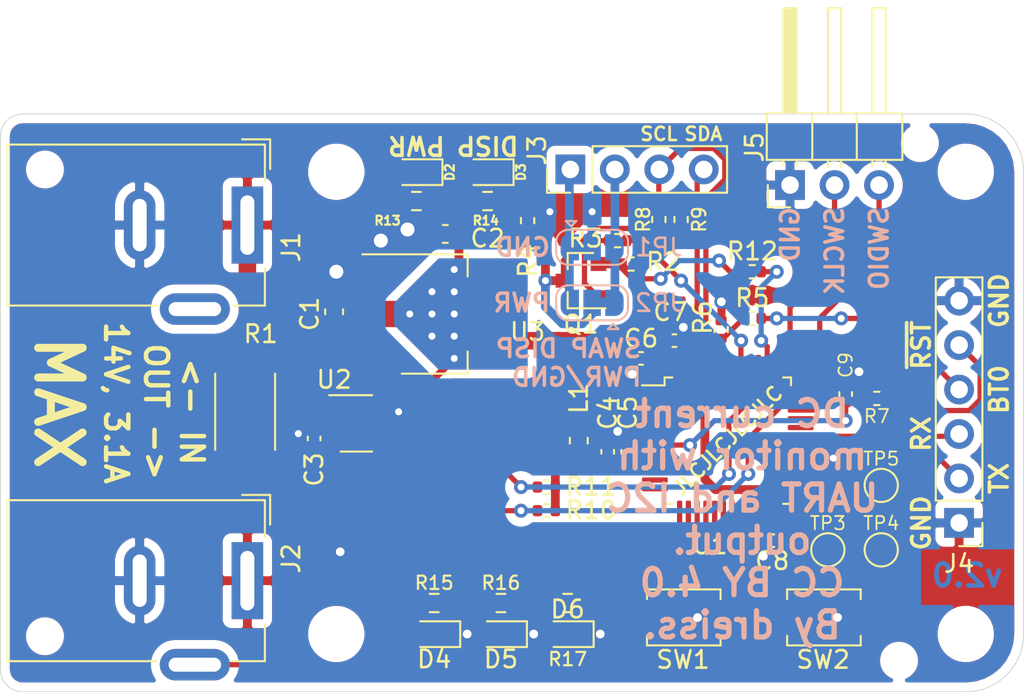
<source format=kicad_pcb>
(kicad_pcb (version 20171130) (host pcbnew 5.1.9-1.fc32)
  (title_block (title "Barrel Jack Power Monitor") (comment 3 "License: CC BY 4.0") (comment 4 "Author: David Reiss"))
  (layers (0 F.Cu signal) (31 B.Cu signal) (34 B.Paste user) (35 F.Paste user) (36 B.SilkS user) (37 F.SilkS user) (38 B.Mask user) (39 F.Mask user) (44 Edge.Cuts user))
  (net 0 "")
  (net 1 +3V3)
  (net 2 GND)
  (net 3 "Net-(J1-Pad3)")
  (net 4 /VCC_DISPLAY)
  (net 5 /SWCLK)
  (net 6 /SWDIO)
  (net 7 /USART_TX)
  (net 8 /USART_RX)
  (net 9 /N_DISPLAY_ON)
  (net 10 "Net-(U1-Pad2)")
  (net 11 "Net-(U1-Pad3)")
  (net 12 "Net-(U1-Pad4)")
  (net 13 "Net-(U1-Pad5)")
  (net 14 "Net-(U1-Pad6)")
  (net 15 "Net-(U1-Pad12)")
  (net 16 "Net-(U1-Pad13)")
  (net 17 "Net-(U1-Pad15)")
  (net 18 "Net-(U1-Pad22)")
  (net 19 "Net-(U1-Pad28)")
  (net 20 "Net-(U1-Pad32)")
  (net 21 "Net-(U1-Pad33)")
  (net 22 "Net-(U1-Pad39)")
  (net 23 "Net-(U1-Pad40)")
  (net 24 "Net-(U1-Pad42)")
  (net 25 "Net-(U1-Pad43)")
  (net 26 /LOAD_PLUG)
  (net 27 /BOOT0_IN)
  (net 28 /DISPLAY_PIN_1)
  (net 29 /DISPLAY_PIN_2)
  (net 30 /VIN)
  (net 31 +3.3VA)
  (net 32 "Net-(SW1-Pad1)")
  (net 33 /VLOAD)
  (net 34 "Net-(SW2-Pad1)")
  (net 35 /LED_2)
  (net 36 "Net-(D2-Pad2)")
  (net 37 "Net-(D3-Pad2)")
  (net 38 "Net-(D4-Pad2)")
  (net 39 /LED_3)
  (net 40 "Net-(D5-Pad2)")
  (net 41 "Net-(D6-Pad2)")
  (net 42 "Net-(TP3-Pad1)")
  (net 43 "Net-(TP4-Pad1)")
  (net 44 "Net-(TP5-Pad1)")
  (net 45 "Net-(Q1-Pad1)")
  (net 46 /NRST_IN)
  (net 47 /I2C1_SCL)
  (net 48 /I2C1_SDA)
  (net 49 /LED_1)
  (net 50 /I2C2_SDA)
  (net 51 /I2C2_SCL)
  (net 52 "Net-(U1-Pad10)")
  (net 53 "Net-(U1-Pad11)")
  (net 54 "Net-(U1-Pad16)")
  (net 55 "Net-(C9-Pad1)")
  (net 56 "Net-(R5-Pad1)")
  (net 57 "Net-(R12-Pad2)")
  (module Package_TO_SOT_SMD:SOT-23-8 (layer F.Cu) (at 171.323 79.91094)
    (fp_text reference U2 (at -1.27 -2.5) (layer F.SilkS))
    (fp_text value INA219AxDCN)
    (pad 8 smd rect (at 1.1 -0.98) (size 1.06 0.4) (layers F.Cu F.Paste F.Mask) (net 2 GND))
    (pad 7 smd rect (at 1.1 -0.33) (size 1.06 0.4) (layers F.Cu F.Paste F.Mask) (net 2 GND))
    (pad 6 smd rect (at 1.1 0.33) (size 1.06 0.4) (layers F.Cu F.Paste F.Mask) (net 50 /I2C2_SDA))
    (pad 5 smd rect (at 1.1 0.98) (size 1.06 0.4) (layers F.Cu F.Paste F.Mask) (net 51 /I2C2_SCL))
    (pad 4 smd rect (at -1.1 0.98) (size 1.06 0.4) (layers F.Cu F.Paste F.Mask) (net 1 +3V3))
    (pad 3 smd rect (at -1.1 0.33) (size 1.06 0.4) (layers F.Cu F.Paste F.Mask) (net 2 GND))
    (pad 2 smd rect (at -1.1 -0.33) (size 1.06 0.4) (layers F.Cu F.Paste F.Mask) (net 33 /VLOAD))
    (pad 1 smd rect (at -1.1 -0.98) (size 1.06 0.4) (layers F.Cu F.Paste F.Mask) (net 30 /VIN))
  )
  (module Resistor_SMD:R_0402_1005Metric (layer F.Cu) (at 182.175 84.9 180)
    (fp_text reference R10 (at -2.55 0.03) (layer F.SilkS))
    (fp_text value 4k7)
    (pad 2 smd roundrect (at 0.51 0 180) (size 0.54 0.64) (layers F.Cu F.Paste F.Mask) (net 51 /I2C2_SCL))
    (pad 1 smd roundrect (at -0.51 0 180) (size 0.54 0.64) (layers F.Cu F.Paste F.Mask) (net 1 +3V3))
  )
  (module Resistor_SMD:R_0402_1005Metric (layer F.Cu) (at 182.175 83.55 180)
    (fp_text reference R11 (at -2.55 0.03) (layer F.SilkS))
    (fp_text value 4k7)
    (pad 2 smd roundrect (at 0.51 0 180) (size 0.54 0.64) (layers F.Cu F.Paste F.Mask) (net 50 /I2C2_SDA))
    (pad 1 smd roundrect (at -0.51 0 180) (size 0.54 0.64) (layers F.Cu F.Paste F.Mask) (net 1 +3V3))
  )
  (module Capacitor_SMD:C_0402_1005Metric (layer F.Cu) (at 168.91 80.772 90)
    (fp_text reference C3 (at -1.778 0 90) (layer F.SilkS))
    (fp_text value 100n)
    (pad 2 smd roundrect (at 0.48 0 90) (size 0.56 0.62) (layers F.Cu F.Paste F.Mask) (net 2 GND))
    (pad 1 smd roundrect (at -0.48 0 90) (size 0.56 0.62) (layers F.Cu F.Paste F.Mask) (net 1 +3V3))
  )
  (module G-Switch:GT-TC029X-H0XX-L1N (layer F.Cu) (at 198.02 91)
    (fp_text reference SW2 (at -0.044 2.413) (layer F.SilkS))
    (fp_text value SW_Push)
    (pad 2 smd rect (at 2.225 0) (size 1.05 1.6) (layers F.Cu F.Paste F.Mask) (net 2 GND))
    (pad 1 smd rect (at -2.225 0) (size 1.05 1.6) (layers F.Cu F.Paste F.Mask) (net 34 "Net-(SW2-Pad1)"))
  )
  (module G-Switch:GT-TC029X-H0XX-L1N (layer F.Cu) (at 190.019 91)
    (fp_text reference SW1 (at -0.044 2.413) (layer F.SilkS))
    (fp_text value SW_Push)
    (pad 2 smd rect (at 2.225 0) (size 1.05 1.6) (layers F.Cu F.Paste F.Mask) (net 2 GND))
    (pad 1 smd rect (at -2.225 0) (size 1.05 1.6) (layers F.Cu F.Paste F.Mask) (net 32 "Net-(SW1-Pad1)"))
  )
  (module JLCPCB:JLCPCB-Tooling-Hole (layer F.Cu) (at 202.311 93.472)
    (fp_text reference H8 (at 0 0) (layer F.SilkS) (effects (font (size 0.5 0.5) (thickness 0.125))))
    (fp_text value MountingHole)
    (pad "" np_thru_hole circle (at 0 0) (size 1.152 1.152) (drill 1.152) (layers *.Cu *.Mask) (clearance 0.148))
  )
  (module JLCPCB:JLCPCB-Tooling-Hole (layer F.Cu) (at 203.5 63.9)
    (fp_text reference H7 (at 0 0) (layer F.SilkS) (effects (font (size 0.5 0.5) (thickness 0.125))))
    (fp_text value MountingHole)
    (pad "" np_thru_hole circle (at 0 0) (size 1.152 1.152) (drill 1.152) (layers *.Cu *.Mask) (clearance 0.148))
  )
  (module JLCPCB:JLCPCB-Tooling-Hole (layer F.Cu) (at 153.543 92.075)
    (fp_text reference H6 (at 0 0) (layer F.SilkS) (effects (font (size 0.5 0.5) (thickness 0.125))))
    (fp_text value MountingHole)
    (pad "" np_thru_hole circle (at 0 0) (size 1.152 1.152) (drill 1.152) (layers *.Cu *.Mask) (clearance 0.148))
  )
  (module JLCPCB:JLCPCB-Tooling-Hole (layer F.Cu) (at 153.543 65.405)
    (fp_text reference H5 (at 0 0) (layer F.SilkS) (effects (font (size 0.5 0.5) (thickness 0.125))))
    (fp_text value MountingHole)
    (pad "" np_thru_hole circle (at 0 0) (size 1.152 1.152) (drill 1.152) (layers *.Cu *.Mask) (clearance 0.148))
  )
  (module Resistor_SMD:R_0402_1005Metric (layer F.Cu) (at 201.041 78.486 180)
    (fp_text reference R7 (at 0 -1.016) (layer F.SilkS) (effects (font (size 0.762 0.762) (thickness 0.1016))))
    (fp_text value 100R)
    (pad 2 smd roundrect (at 0.51 0 180) (size 0.54 0.64) (layers F.Cu F.Paste F.Mask) (net 55 "Net-(C9-Pad1)"))
    (pad 1 smd roundrect (at -0.51 0 180) (size 0.54 0.64) (layers F.Cu F.Paste F.Mask) (net 46 /NRST_IN))
  )
  (module Resistor_SMD:R_0402_1005Metric (layer F.Cu) (at 186.2455 69.469 180)
    (fp_text reference R3 (at 1.8415 0.127) (layer F.SilkS))
    (fp_text value 100)
    (pad 2 smd roundrect (at 0.51 0 180) (size 0.54 0.64) (layers F.Cu F.Paste F.Mask) (net 45 "Net-(Q1-Pad1)"))
    (pad 1 smd roundrect (at -0.51 0 180) (size 0.54 0.64) (layers F.Cu F.Paste F.Mask) (net 9 /N_DISPLAY_ON))
  )
  (module TestPoint:TestPoint_Pad_D1.5mm (layer F.Cu) (at 201.295 83.455)
    (fp_text reference TP5 (at 0 -1.521) (layer F.SilkS) (effects (font (size 0.762 0.762) (thickness 0.1016))))
    (fp_text value TestPoint)
    (pad 1 smd circle (at 0 0) (size 1.5 1.5) (layers F.Cu F.Mask) (net 44 "Net-(TP5-Pad1)"))
  )
  (module TestPoint:TestPoint_Pad_D1.5mm (layer F.Cu) (at 201.295 87.138)
    (fp_text reference TP4 (at 0 -1.521) (layer F.SilkS) (effects (font (size 0.762 0.762) (thickness 0.1016))))
    (fp_text value TestPoint)
    (pad 1 smd circle (at 0 0) (size 1.5 1.5) (layers F.Cu F.Mask) (net 43 "Net-(TP4-Pad1)"))
  )
  (module TestPoint:TestPoint_Pad_D1.5mm (layer F.Cu) (at 198.247 87.138)
    (fp_text reference TP3 (at 0 -1.521) (layer F.SilkS) (effects (font (size 0.762 0.762) (thickness 0.1016))))
    (fp_text value TestPoint)
    (pad 1 smd circle (at 0 0) (size 1.5 1.5) (layers F.Cu F.Mask) (net 42 "Net-(TP3-Pad1)"))
  )
  (module Resistor_SMD:R_0603_1608Metric_Pad0.98x0.95mm_HandSolder (layer F.Cu) (at 178.816 67.2084)
    (fp_text reference R14 (at -0.1016 1.1176) (layer F.SilkS) (effects (font (size 0.508 0.508) (thickness 0.127))))
    (fp_text value 10k)
    (pad 2 smd roundrect (at 0.9125 0) (size 0.975 0.95) (layers F.Cu F.Paste F.Mask) (net 4 /VCC_DISPLAY))
    (pad 1 smd roundrect (at -0.9125 0) (size 0.975 0.95) (layers F.Cu F.Paste F.Mask) (net 37 "Net-(D3-Pad2)"))
  )
  (module Resistor_SMD:R_0603_1608Metric_Pad0.98x0.95mm_HandSolder (layer F.Cu) (at 174.752 67.2084)
    (fp_text reference R13 (at -1.651 1.1176) (layer F.SilkS) (effects (font (size 0.508 0.508) (thickness 0.127))))
    (fp_text value 10k)
    (pad 2 smd roundrect (at 0.9125 0) (size 0.975 0.95) (layers F.Cu F.Paste F.Mask) (net 1 +3V3))
    (pad 1 smd roundrect (at -0.9125 0) (size 0.975 0.95) (layers F.Cu F.Paste F.Mask) (net 36 "Net-(D2-Pad2)"))
  )
  (module LED_SMD:LED_0603_1608Metric (layer F.Cu) (at 178.816 65.5574 180)
    (fp_text reference D3 (at -1.905 0 90) (layer F.SilkS) (effects (font (size 0.508 0.508) (thickness 0.127))))
    (fp_text value BLUE)
    (pad 2 smd roundrect (at 0.7875 0 180) (size 0.875 0.95) (layers F.Cu F.Paste F.Mask) (net 37 "Net-(D3-Pad2)"))
    (pad 1 smd roundrect (at -0.7875 0 180) (size 0.875 0.95) (layers F.Cu F.Paste F.Mask) (net 2 GND))
  )
  (module LED_SMD:LED_0603_1608Metric (layer F.Cu) (at 174.752 65.5574 180)
    (fp_text reference D2 (at -1.905 0 90) (layer F.SilkS) (effects (font (size 0.508 0.508) (thickness 0.127))))
    (fp_text value BLUE)
    (pad 2 smd roundrect (at 0.7875 0 180) (size 0.875 0.95) (layers F.Cu F.Paste F.Mask) (net 36 "Net-(D2-Pad2)"))
    (pad 1 smd roundrect (at -0.7875 0 180) (size 0.875 0.95) (layers F.Cu F.Paste F.Mask) (net 2 GND))
  )
  (module Resistor_SMD:R_0603_1608Metric_Pad0.98x0.95mm_HandSolder (layer F.Cu) (at 183.388 90.178 180)
    (fp_text reference R17 (at 0 -3.208) (layer F.SilkS) (effects (font (size 0.762 0.762) (thickness 0.127))))
    (fp_text value 10k)
    (pad 1 smd roundrect (at -0.9125 0 180) (size 0.975 0.95) (layers F.Cu F.Paste F.Mask) (net 39 /LED_3))
    (pad 2 smd roundrect (at 0.9125 0 180) (size 0.975 0.95) (layers F.Cu F.Paste F.Mask) (net 41 "Net-(D6-Pad2)"))
  )
  (module Resistor_SMD:R_0603_1608Metric_Pad0.98x0.95mm_HandSolder (layer F.Cu) (at 179.578 90.178 180)
    (fp_text reference R16 (at 0 1.151) (layer F.SilkS) (effects (font (size 0.762 0.762) (thickness 0.127))))
    (fp_text value 10k)
    (pad 1 smd roundrect (at -0.9125 0 180) (size 0.975 0.95) (layers F.Cu F.Paste F.Mask) (net 35 /LED_2))
    (pad 2 smd roundrect (at 0.9125 0 180) (size 0.975 0.95) (layers F.Cu F.Paste F.Mask) (net 40 "Net-(D5-Pad2)"))
  )
  (module Resistor_SMD:R_0603_1608Metric_Pad0.98x0.95mm_HandSolder (layer F.Cu) (at 175.768 90.178 180)
    (fp_text reference R15 (at 0 1.151) (layer F.SilkS) (effects (font (size 0.762 0.762) (thickness 0.127))))
    (fp_text value 10k)
    (pad 1 smd roundrect (at -0.9125 0 180) (size 0.975 0.95) (layers F.Cu F.Paste F.Mask) (net 49 /LED_1))
    (pad 2 smd roundrect (at 0.9125 0 180) (size 0.975 0.95) (layers F.Cu F.Paste F.Mask) (net 38 "Net-(D4-Pad2)"))
  )
  (module Resistor_SMD:R_0402_1005Metric (layer F.Cu) (at 193.929 71.247)
    (fp_text reference R12 (at 0 -1.17) (layer F.SilkS))
    (fp_text value 10k)
    (pad 2 smd roundrect (at 0.51 0) (size 0.54 0.64) (layers F.Cu F.Paste F.Mask) (net 57 "Net-(R12-Pad2)"))
    (pad 1 smd roundrect (at -0.51 0) (size 0.54 0.64) (layers F.Cu F.Paste F.Mask) (net 1 +3V3))
  )
  (module LED_SMD:LED_0603_1608Metric (layer F.Cu) (at 183.388 91.956 180)
    (fp_text reference D6 (at 0 1.4224) (layer F.SilkS))
    (fp_text value GREEN)
    (pad 1 smd roundrect (at -0.7875 0 180) (size 0.875 0.95) (layers F.Cu F.Paste F.Mask) (net 2 GND))
    (pad 2 smd roundrect (at 0.7875 0 180) (size 0.875 0.95) (layers F.Cu F.Paste F.Mask) (net 41 "Net-(D6-Pad2)"))
  )
  (module LED_SMD:LED_0603_1608Metric (layer F.Cu) (at 179.578 91.956 180)
    (fp_text reference D5 (at 0 -1.43) (layer F.SilkS))
    (fp_text value YELLOW)
    (pad 1 smd roundrect (at -0.7875 0 180) (size 0.875 0.95) (layers F.Cu F.Paste F.Mask) (net 2 GND))
    (pad 2 smd roundrect (at 0.7875 0 180) (size 0.875 0.95) (layers F.Cu F.Paste F.Mask) (net 40 "Net-(D5-Pad2)"))
  )
  (module LED_SMD:LED_0603_1608Metric (layer F.Cu) (at 175.768 91.956 180)
    (fp_text reference D4 (at 0 -1.43) (layer F.SilkS))
    (fp_text value RED)
    (pad 1 smd roundrect (at -0.7875 0 180) (size 0.875 0.95) (layers F.Cu F.Paste F.Mask) (net 2 GND))
    (pad 2 smd roundrect (at 0.7875 0 180) (size 0.875 0.95) (layers F.Cu F.Paste F.Mask) (net 38 "Net-(D4-Pad2)"))
  )
  (module Inductor_SMD:L_0603_1608Metric (layer F.Cu) (at 184.023 80.899 270)
    (fp_text reference L1 (at -2.413 0 90) (layer F.SilkS))
    (fp_text value 22n)
    (pad 2 smd roundrect (at 0.7875 0 270) (size 0.875 0.95) (layers F.Cu F.Paste F.Mask) (net 31 +3.3VA))
    (pad 1 smd roundrect (at -0.7875 0 270) (size 0.875 0.95) (layers F.Cu F.Paste F.Mask) (net 1 +3V3))
  )
  (module Connector_BarrelJack:BarrelJack_Wuerth_6941xx301002 (layer F.Cu) (at 165.1 68.58 270)
    (fp_text reference J1 (at 1.27 -2.5 90) (layer F.SilkS))
    (fp_text value Barrel_Jack_Switch)
    (pad 3 thru_hole oval (at 4.8 3) (size 4 1.8) (drill oval 3 0.8) (layers *.Cu *.Mask) (net 3 "Net-(J1-Pad3)"))
    (pad 2 thru_hole oval (at 0 6.15 270) (size 4 1.8) (drill oval 3 0.8) (layers *.Cu *.Mask) (net 2 GND))
    (pad 1 thru_hole rect (at 0 0 270) (size 4.4 1.8) (drill oval 3.4 0.8) (layers *.Cu *.Mask) (net 30 /VIN))
  )
  (module Connector_BarrelJack:BarrelJack_Wuerth_6941xx301002 (layer F.Cu) (at 165.1 88.9 270)
    (fp_text reference J2 (at -1.27 -2.5 90) (layer F.SilkS))
    (fp_text value Barrel_Jack_Switch)
    (pad 1 thru_hole rect (at 0 0 270) (size 4.4 1.8) (drill oval 3.4 0.8) (layers *.Cu *.Mask) (net 33 /VLOAD))
    (pad 2 thru_hole oval (at 0 6.15 270) (size 4 1.8) (drill oval 3 0.8) (layers *.Cu *.Mask) (net 2 GND))
    (pad 3 thru_hole oval (at 4.8 3) (size 4 1.8) (drill oval 3 0.8) (layers *.Cu *.Mask) (net 26 /LOAD_PLUG))
  )
  (module Connector_PinHeader_2.54mm:PinHeader_1x03_P2.54mm_Horizontal (layer F.Cu) (at 196.088 66.294 90)
    (fp_text reference J5 (at 2.159 -2.032 90) (layer F.SilkS))
    (fp_text value Conn_01x03_Male)
    (pad 3 thru_hole oval (at 0 5.08 90) (size 1.7 1.7) (drill 1) (layers *.Cu *.Mask) (net 6 /SWDIO))
    (pad 2 thru_hole oval (at 0 2.54 90) (size 1.7 1.7) (drill 1) (layers *.Cu *.Mask) (net 5 /SWCLK))
    (pad 1 thru_hole rect (at 0 0 90) (size 1.7 1.7) (drill 1) (layers *.Cu *.Mask) (net 2 GND))
  )
  (module Connector_PinHeader_2.54mm:PinHeader_1x06_P2.54mm_Vertical (layer F.Cu) (at 205.74 85.598 180)
    (fp_text reference J4 (at 0 -2.33) (layer F.SilkS))
    (fp_text value Conn_01x06_Male)
    (pad 6 thru_hole oval (at 0 12.7 180) (size 1.7 1.7) (drill 1) (layers *.Cu *.Mask) (net 2 GND))
    (pad 5 thru_hole oval (at 0 10.16 180) (size 1.7 1.7) (drill 1) (layers *.Cu *.Mask) (net 46 /NRST_IN))
    (pad 4 thru_hole oval (at 0 7.62 180) (size 1.7 1.7) (drill 1) (layers *.Cu *.Mask) (net 27 /BOOT0_IN))
    (pad 3 thru_hole oval (at 0 5.08 180) (size 1.7 1.7) (drill 1) (layers *.Cu *.Mask) (net 8 /USART_RX))
    (pad 2 thru_hole oval (at 0 2.54 180) (size 1.7 1.7) (drill 1) (layers *.Cu *.Mask) (net 7 /USART_TX))
    (pad 1 thru_hole rect (at 0 0 180) (size 1.7 1.7) (drill 1) (layers *.Cu *.Mask) (net 2 GND))
  )
  (module MountingHole:MountingHole_2.2mm_M2 (layer F.Cu) (at 206.121 91.948)
    (fp_text reference H4 (at 0 -0.025) (layer F.SilkS))
    (fp_text value MountingHole)
    (pad 1 np_thru_hole circle (at 0 0) (size 2.2 2.2) (drill 2.2) (layers *.Cu *.Mask))
  )
  (module MountingHole:MountingHole_2.2mm_M2 (layer F.Cu) (at 206.121 65.532)
    (fp_text reference H3 (at 0 -0.025) (layer F.SilkS))
    (fp_text value MountingHole)
    (pad 1 np_thru_hole circle (at 0 0) (size 2.2 2.2) (drill 2.2) (layers *.Cu *.Mask))
  )
  (module MountingHole:MountingHole_2.2mm_M2 (layer F.Cu) (at 170.18 91.948)
    (fp_text reference H2 (at 0 -0.025) (layer F.SilkS))
    (fp_text value MountingHole)
    (pad 1 np_thru_hole circle (at 0 0) (size 2.2 2.2) (drill 2.2) (layers *.Cu *.Mask))
  )
  (module MountingHole:MountingHole_2.2mm_M2 (layer F.Cu) (at 170.18 65.532)
    (fp_text reference H1 (at 0 -0.025) (layer F.SilkS))
    (fp_text value MountingHole)
    (pad 1 np_thru_hole circle (at 0 0) (size 2.2 2.2) (drill 2.2) (layers *.Cu *.Mask))
  )
  (module Resistor_SMD:R_0402_1005Metric (layer F.Cu) (at 187.0055 70.8025)
    (fp_text reference R2 (at 1.8435 -0.127) (layer F.SilkS))
    (fp_text value 10k)
    (pad 1 smd roundrect (at -0.51 0) (size 0.54 0.64) (layers F.Cu F.Paste F.Mask) (net 1 +3V3))
    (pad 2 smd roundrect (at 0.51 0) (size 0.54 0.64) (layers F.Cu F.Paste F.Mask) (net 9 /N_DISPLAY_ON))
  )
  (module Capacitor_SMD:C_0402_1005Metric (layer F.Cu) (at 187.579 76.2 180)
    (fp_text reference C6 (at 0 1.143) (layer F.SilkS))
    (fp_text value 4u7)
    (pad 1 smd roundrect (at -0.48 0 180) (size 0.56 0.62) (layers F.Cu F.Paste F.Mask) (net 1 +3V3))
    (pad 2 smd roundrect (at 0.48 0 180) (size 0.56 0.62) (layers F.Cu F.Paste F.Mask) (net 2 GND))
  )
  (module Capacitor_SMD:C_0603_1608Metric (layer F.Cu) (at 176.403 69.088 180)
    (fp_text reference C2 (at -2.413 -0.254) (layer F.SilkS))
    (fp_text value 10u)
    (pad 1 smd roundrect (at -0.775 0 180) (size 0.9 0.95) (layers F.Cu F.Paste F.Mask) (net 1 +3V3))
    (pad 2 smd roundrect (at 0.775 0 180) (size 0.9 0.95) (layers F.Cu F.Paste F.Mask) (net 2 GND))
  )
  (module Resistor_SMD:R_0402_1005Metric (layer F.Cu) (at 192.151 74.549 90)
    (fp_text reference R6 (at 0.6858 -1.0541 90) (layer F.SilkS))
    (fp_text value 10k)
    (pad 1 smd roundrect (at -0.51 0 90) (size 0.54 0.64) (layers F.Cu F.Paste F.Mask) (net 56 "Net-(R5-Pad1)"))
    (pad 2 smd roundrect (at 0.51 0 90) (size 0.54 0.64) (layers F.Cu F.Paste F.Mask) (net 2 GND))
  )
  (module Capacitor_SMD:C_0402_1005Metric (layer F.Cu) (at 199.263 78.232 90)
    (fp_text reference C9 (at 1.651 0 90) (layer F.SilkS) (effects (font (size 0.762 0.762) (thickness 0.1016))))
    (fp_text value 100n)
    (pad 1 smd roundrect (at -0.48 0 90) (size 0.56 0.62) (layers F.Cu F.Paste F.Mask) (net 55 "Net-(C9-Pad1)"))
    (pad 2 smd roundrect (at 0.48 0 90) (size 0.56 0.62) (layers F.Cu F.Paste F.Mask) (net 2 GND))
  )
  (module Jumper:SolderJumper-3_P1.3mm_Bridged12_RoundedPad1.0x1.5mm (layer B.Cu) (at 184.785 69.85)
    (fp_text reference JP1 (at 3.81 0) (layer B.SilkS) (effects (justify mirror)))
    (fp_text value SJ_B2)
    (fp_poly (pts (xy -0.9 0.3) (xy -0.4 0.3) (xy -0.4 -0.3) (xy -0.9 -0.3)) (layer B.Cu) (width 0))
    (pad 3 smd custom (at 1.3 0) (size 1 0.5) (layers B.Cu B.Mask) (net 29 /DISPLAY_PIN_2) (options (clearance outline) (anchor rect)) (primitives (gr_circle (center 0 -0.25) (end 0.5 -0.25) (width 0)) (gr_circle (center 0 0.25) (end 0.5 0.25) (width 0)) (gr_poly (pts (xy -0.55 0.75) (xy 0 0.75) (xy 0 -0.75) (xy -0.55 -0.75)) (width 0))))
    (pad 2 smd rect (at 0 0) (size 1 1.5) (layers B.Cu B.Mask) (net 2 GND))
    (pad 1 smd custom (at -1.3 0) (size 1 0.5) (layers B.Cu B.Mask) (net 28 /DISPLAY_PIN_1) (options (clearance outline) (anchor rect)) (primitives (gr_circle (center 0 -0.25) (end 0.5 -0.25) (width 0)) (gr_circle (center 0 0.25) (end 0.5 0.25) (width 0)) (gr_poly (pts (xy 0.55 0.75) (xy 0 0.75) (xy 0 -0.75) (xy 0.55 -0.75)) (width 0))))
  )
  (module Resistor_SMD:R_0402_1005Metric (layer F.Cu) (at 193.929 73.914)
    (fp_text reference R5 (at 0 -1.17) (layer F.SilkS))
    (fp_text value 100R)
    (pad 1 smd roundrect (at -0.51 0) (size 0.54 0.64) (layers F.Cu F.Paste F.Mask) (net 56 "Net-(R5-Pad1)"))
    (pad 2 smd roundrect (at 0.51 0) (size 0.54 0.64) (layers F.Cu F.Paste F.Mask) (net 27 /BOOT0_IN))
  )
  (module Package_TO_SOT_SMD:SOT-23 (layer F.Cu) (at 184.15 71.755 180)
    (fp_text reference Q1 (at 0 -2.5) (layer F.SilkS))
    (fp_text value AO3401A)
    (pad 3 smd rect (at 1 0 180) (size 0.9 0.8) (layers F.Cu F.Paste F.Mask) (net 4 /VCC_DISPLAY))
    (pad 2 smd rect (at -1 0.95 180) (size 0.9 0.8) (layers F.Cu F.Paste F.Mask) (net 1 +3V3))
    (pad 1 smd rect (at -1 -0.95 180) (size 0.9 0.8) (layers F.Cu F.Paste F.Mask) (net 45 "Net-(Q1-Pad1)"))
  )
  (module Capacitor_SMD:C_0402_1005Metric (layer F.Cu) (at 186.817 81.534 90)
    (fp_text reference C5 (at 2.2225 0 90) (layer F.SilkS))
    (fp_text value 10n)
    (pad 2 smd roundrect (at 0.48 0 90) (size 0.56 0.62) (layers F.Cu F.Paste F.Mask) (net 2 GND))
    (pad 1 smd roundrect (at -0.48 0 90) (size 0.56 0.62) (layers F.Cu F.Paste F.Mask) (net 31 +3.3VA))
  )
  (module Connector_PinHeader_2.54mm:PinHeader_1x04_P2.54mm_Vertical (layer F.Cu) (at 183.54 65.401 90)
    (fp_text reference J3 (at 1.0882 -1.9046 270) (layer F.SilkS))
    (fp_text value Conn_01x04_Male)
    (pad 1 thru_hole rect (at 0 0 90) (size 1.7 1.7) (drill 1) (layers *.Cu *.Mask) (net 28 /DISPLAY_PIN_1))
    (pad 2 thru_hole oval (at 0 2.54 90) (size 1.7 1.7) (drill 1) (layers *.Cu *.Mask) (net 29 /DISPLAY_PIN_2))
    (pad 3 thru_hole oval (at 0 5.08 90) (size 1.7 1.7) (drill 1) (layers *.Cu *.Mask) (net 47 /I2C1_SCL))
    (pad 4 thru_hole oval (at 0 7.62 90) (size 1.7 1.7) (drill 1) (layers *.Cu *.Mask) (net 48 /I2C1_SDA))
  )
  (module Resistor_SMD:R_0402_1005Metric (layer F.Cu) (at 181.102 68.326 90)
    (fp_text reference R4 (at -2.286 0 90) (layer F.SilkS))
    (fp_text value 10k)
    (pad 2 smd roundrect (at 0.51 0 90) (size 0.54 0.64) (layers F.Cu F.Paste F.Mask) (net 2 GND))
    (pad 1 smd roundrect (at -0.51 0 90) (size 0.54 0.64) (layers F.Cu F.Paste F.Mask) (net 4 /VCC_DISPLAY))
  )
  (module Jumper:SolderJumper-3_P1.3mm_Bridged12_RoundedPad1.0x1.5mm (layer B.Cu) (at 184.785 73.025 180)
    (fp_text reference JP2 (at -3.81 0) (layer B.SilkS) (effects (justify mirror)))
    (fp_text value SJ_B2)
    (fp_poly (pts (xy -0.9 0.3) (xy -0.4 0.3) (xy -0.4 -0.3) (xy -0.9 -0.3)) (layer B.Cu) (width 0))
    (pad 1 smd custom (at -1.3 0 180) (size 1 0.5) (layers B.Cu B.Mask) (net 29 /DISPLAY_PIN_2) (options (clearance outline) (anchor rect)) (primitives (gr_circle (center 0 -0.25) (end 0.5 -0.25) (width 0)) (gr_circle (center 0 0.25) (end 0.5 0.25) (width 0)) (gr_poly (pts (xy 0.55 0.75) (xy 0 0.75) (xy 0 -0.75) (xy 0.55 -0.75)) (width 0))))
    (pad 2 smd rect (at 0 0 180) (size 1 1.5) (layers B.Cu B.Mask) (net 4 /VCC_DISPLAY))
    (pad 3 smd custom (at 1.3 0 180) (size 1 0.5) (layers B.Cu B.Mask) (net 28 /DISPLAY_PIN_1) (options (clearance outline) (anchor rect)) (primitives (gr_circle (center 0 -0.25) (end 0.5 -0.25) (width 0)) (gr_circle (center 0 0.25) (end 0.5 0.25) (width 0)) (gr_poly (pts (xy -0.55 0.75) (xy 0 0.75) (xy 0 -0.75) (xy -0.55 -0.75)) (width 0))))
  )
  (module Package_TO_SOT_SMD:SOT-223-3_TabPin2 (layer F.Cu) (at 175.768 73.66)
    (fp_text reference U3 (at 5.334 1.016) (layer F.SilkS))
    (fp_text value LD1117S33TR_SOT223)
    (pad 2 smd rect (at 3.15 0) (size 2 3.8) (layers F.Cu F.Paste F.Mask) (net 1 +3V3))
    (pad 2 smd rect (at -3.15 0) (size 2 1.5) (layers F.Cu F.Paste F.Mask) (net 1 +3V3))
    (pad 3 smd rect (at -3.15 2.3) (size 2 1.5) (layers F.Cu F.Paste F.Mask) (net 30 /VIN))
    (pad 1 smd rect (at -3.15 -2.3) (size 2 1.5) (layers F.Cu F.Paste F.Mask) (net 2 GND))
  )
  (module Resistor_SMD:R_0402_1005Metric (layer F.Cu) (at 188.595 68.2625 90)
    (fp_text reference R8 (at 0 -0.895 90) (layer F.SilkS) (effects (font (size 0.762 0.762) (thickness 0.127))))
    (fp_text value 4k7)
    (pad 2 smd roundrect (at 0.51 0 90) (size 0.54 0.64) (layers F.Cu F.Paste F.Mask) (net 47 /I2C1_SCL))
    (pad 1 smd roundrect (at -0.51 0 90) (size 0.54 0.64) (layers F.Cu F.Paste F.Mask) (net 4 /VCC_DISPLAY))
  )
  (module Capacitor_SMD:C_0402_1005Metric (layer F.Cu) (at 195.072 86.614 180)
    (fp_text reference C8 (at 0 -1.16) (layer F.SilkS))
    (fp_text value 100n)
    (pad 1 smd roundrect (at -0.48 0 180) (size 0.56 0.62) (layers F.Cu F.Paste F.Mask) (net 1 +3V3))
    (pad 2 smd roundrect (at 0.48 0 180) (size 0.56 0.62) (layers F.Cu F.Paste F.Mask) (net 2 GND))
  )
  (module Resistor_SMD:R_0402_1005Metric (layer F.Cu) (at 189.865 68.2625 90)
    (fp_text reference R9 (at 0 1.035 90) (layer F.SilkS) (effects (font (size 0.762 0.762) (thickness 0.127))))
    (fp_text value 4k7)
    (pad 1 smd roundrect (at -0.51 0 90) (size 0.54 0.64) (layers F.Cu F.Paste F.Mask) (net 4 /VCC_DISPLAY))
    (pad 2 smd roundrect (at 0.51 0 90) (size 0.54 0.64) (layers F.Cu F.Paste F.Mask) (net 48 /I2C1_SDA))
  )
  (module Package_QFP:LQFP-48_7x7mm_P0.5mm (layer F.Cu) (at 192.532 80.899)
    (fp_text reference U1 (at -1.016 5.969) (layer F.SilkS))
    (fp_text value STM32F030C8Tx)
    (pad 1 smd roundrect (at -4.1625 -2.75) (size 1.475 0.3) (layers F.Cu F.Paste F.Mask) (net 1 +3V3))
    (pad 2 smd roundrect (at -4.1625 -2.25) (size 1.475 0.3) (layers F.Cu F.Paste F.Mask) (net 10 "Net-(U1-Pad2)"))
    (pad 3 smd roundrect (at -4.1625 -1.75) (size 1.475 0.3) (layers F.Cu F.Paste F.Mask) (net 11 "Net-(U1-Pad3)"))
    (pad 4 smd roundrect (at -4.1625 -1.25) (size 1.475 0.3) (layers F.Cu F.Paste F.Mask) (net 12 "Net-(U1-Pad4)"))
    (pad 5 smd roundrect (at -4.1625 -0.75) (size 1.475 0.3) (layers F.Cu F.Paste F.Mask) (net 13 "Net-(U1-Pad5)"))
    (pad 6 smd roundrect (at -4.1625 -0.25) (size 1.475 0.3) (layers F.Cu F.Paste F.Mask) (net 14 "Net-(U1-Pad6)"))
    (pad 7 smd roundrect (at -4.1625 0.25) (size 1.475 0.3) (layers F.Cu F.Paste F.Mask) (net 55 "Net-(C9-Pad1)"))
    (pad 8 smd roundrect (at -4.1625 0.75) (size 1.475 0.3) (layers F.Cu F.Paste F.Mask) (net 2 GND))
    (pad 9 smd roundrect (at -4.1625 1.25) (size 1.475 0.3) (layers F.Cu F.Paste F.Mask) (net 31 +3.3VA))
    (pad 10 smd roundrect (at -4.1625 1.75) (size 1.475 0.3) (layers F.Cu F.Paste F.Mask) (net 52 "Net-(U1-Pad10)"))
    (pad 11 smd roundrect (at -4.1625 2.25) (size 1.475 0.3) (layers F.Cu F.Paste F.Mask) (net 53 "Net-(U1-Pad11)"))
    (pad 12 smd roundrect (at -4.1625 2.75) (size 1.475 0.3) (layers F.Cu F.Paste F.Mask) (net 15 "Net-(U1-Pad12)"))
    (pad 13 smd roundrect (at -2.75 4.1625) (size 0.3 1.475) (layers F.Cu F.Paste F.Mask) (net 16 "Net-(U1-Pad13)"))
    (pad 14 smd roundrect (at -2.25 4.1625) (size 0.3 1.475) (layers F.Cu F.Paste F.Mask) (net 49 /LED_1))
    (pad 15 smd roundrect (at -1.75 4.1625) (size 0.3 1.475) (layers F.Cu F.Paste F.Mask) (net 17 "Net-(U1-Pad15)"))
    (pad 16 smd roundrect (at -1.25 4.1625) (size 0.3 1.475) (layers F.Cu F.Paste F.Mask) (net 54 "Net-(U1-Pad16)"))
    (pad 17 smd roundrect (at -0.75 4.1625) (size 0.3 1.475) (layers F.Cu F.Paste F.Mask) (net 35 /LED_2))
    (pad 18 smd roundrect (at -0.25 4.1625) (size 0.3 1.475) (layers F.Cu F.Paste F.Mask) (net 39 /LED_3))
    (pad 19 smd roundrect (at 0.25 4.1625) (size 0.3 1.475) (layers F.Cu F.Paste F.Mask) (net 32 "Net-(SW1-Pad1)"))
    (pad 20 smd roundrect (at 0.75 4.1625) (size 0.3 1.475) (layers F.Cu F.Paste F.Mask) (net 34 "Net-(SW2-Pad1)"))
    (pad 21 smd roundrect (at 1.25 4.1625) (size 0.3 1.475) (layers F.Cu F.Paste F.Mask) (net 26 /LOAD_PLUG))
    (pad 22 smd roundrect (at 1.75 4.1625) (size 0.3 1.475) (layers F.Cu F.Paste F.Mask) (net 18 "Net-(U1-Pad22)"))
    (pad 23 smd roundrect (at 2.25 4.1625) (size 0.3 1.475) (layers F.Cu F.Paste F.Mask) (net 2 GND))
    (pad 24 smd roundrect (at 2.75 4.1625) (size 0.3 1.475) (layers F.Cu F.Paste F.Mask) (net 1 +3V3))
    (pad 25 smd roundrect (at 4.1625 2.75) (size 1.475 0.3) (layers F.Cu F.Paste F.Mask) (net 42 "Net-(TP3-Pad1)"))
    (pad 26 smd roundrect (at 4.1625 2.25) (size 1.475 0.3) (layers F.Cu F.Paste F.Mask) (net 43 "Net-(TP4-Pad1)"))
    (pad 27 smd roundrect (at 4.1625 1.75) (size 1.475 0.3) (layers F.Cu F.Paste F.Mask) (net 44 "Net-(TP5-Pad1)"))
    (pad 28 smd roundrect (at 4.1625 1.25) (size 1.475 0.3) (layers F.Cu F.Paste F.Mask) (net 19 "Net-(U1-Pad28)"))
    (pad 29 smd roundrect (at 4.1625 0.75) (size 1.475 0.3) (layers F.Cu F.Paste F.Mask) (net 2 GND))
    (pad 30 smd roundrect (at 4.1625 0.25) (size 1.475 0.3) (layers F.Cu F.Paste F.Mask) (net 7 /USART_TX))
    (pad 31 smd roundrect (at 4.1625 -0.25) (size 1.475 0.3) (layers F.Cu F.Paste F.Mask) (net 8 /USART_RX))
    (pad 32 smd roundrect (at 4.1625 -0.75) (size 1.475 0.3) (layers F.Cu F.Paste F.Mask) (net 20 "Net-(U1-Pad32)"))
    (pad 33 smd roundrect (at 4.1625 -1.25) (size 1.475 0.3) (layers F.Cu F.Paste F.Mask) (net 21 "Net-(U1-Pad33)"))
    (pad 34 smd roundrect (at 4.1625 -1.75) (size 1.475 0.3) (layers F.Cu F.Paste F.Mask) (net 6 /SWDIO))
    (pad 35 smd roundrect (at 4.1625 -2.25) (size 1.475 0.3) (layers F.Cu F.Paste F.Mask) (net 51 /I2C2_SCL))
    (pad 36 smd roundrect (at 4.1625 -2.75) (size 1.475 0.3) (layers F.Cu F.Paste F.Mask) (net 50 /I2C2_SDA))
    (pad 37 smd roundrect (at 2.75 -4.1625) (size 0.3 1.475) (layers F.Cu F.Paste F.Mask) (net 5 /SWCLK))
    (pad 38 smd roundrect (at 2.25 -4.1625) (size 0.3 1.475) (layers F.Cu F.Paste F.Mask) (net 57 "Net-(R12-Pad2)"))
    (pad 39 smd roundrect (at 1.75 -4.1625) (size 0.3 1.475) (layers F.Cu F.Paste F.Mask) (net 22 "Net-(U1-Pad39)"))
    (pad 40 smd roundrect (at 1.25 -4.1625) (size 0.3 1.475) (layers F.Cu F.Paste F.Mask) (net 23 "Net-(U1-Pad40)"))
    (pad 41 smd roundrect (at 0.75 -4.1625) (size 0.3 1.475) (layers F.Cu F.Paste F.Mask) (net 9 /N_DISPLAY_ON))
    (pad 42 smd roundrect (at 0.25 -4.1625) (size 0.3 1.475) (layers F.Cu F.Paste F.Mask) (net 24 "Net-(U1-Pad42)"))
    (pad 43 smd roundrect (at -0.25 -4.1625) (size 0.3 1.475) (layers F.Cu F.Paste F.Mask) (net 25 "Net-(U1-Pad43)"))
    (pad 44 smd roundrect (at -0.75 -4.1625) (size 0.3 1.475) (layers F.Cu F.Paste F.Mask) (net 56 "Net-(R5-Pad1)"))
    (pad 45 smd roundrect (at -1.25 -4.1625) (size 0.3 1.475) (layers F.Cu F.Paste F.Mask) (net 47 /I2C1_SCL))
    (pad 46 smd roundrect (at -1.75 -4.1625) (size 0.3 1.475) (layers F.Cu F.Paste F.Mask) (net 48 /I2C1_SDA))
    (pad 47 smd roundrect (at -2.25 -4.1625) (size 0.3 1.475) (layers F.Cu F.Paste F.Mask) (net 2 GND))
    (pad 48 smd roundrect (at -2.75 -4.1625) (size 0.3 1.475) (layers F.Cu F.Paste F.Mask) (net 1 +3V3))
  )
  (module Capacitor_SMD:C_0603_1608Metric (layer F.Cu) (at 170.053 73.533 90)
    (fp_text reference C1 (at -0.127 -1.397 90) (layer F.SilkS))
    (fp_text value "100n 25V")
    (pad 2 smd roundrect (at 0.775 0 90) (size 0.9 0.95) (layers F.Cu F.Paste F.Mask) (net 2 GND))
    (pad 1 smd roundrect (at -0.775 0 90) (size 0.9 0.95) (layers F.Cu F.Paste F.Mask) (net 30 /VIN))
  )
  (module Resistor_SMD:R_2512_6332Metric (layer F.Cu) (at 164.973 79.248 270)
    (fp_text reference R1 (at -4.445 -0.889 180) (layer F.SilkS))
    (fp_text value "R100 1% 2W")
    (pad 2 smd roundrect (at 2.9625 0 270) (size 1.225 3.35) (layers F.Cu F.Paste F.Mask) (roundrect_rratio 0.2040808163265306) (net 33 /VLOAD))
    (pad 1 smd roundrect (at -2.9625 0 270) (size 1.225 3.35) (layers F.Cu F.Paste F.Mask) (roundrect_rratio 0.2040808163265306) (net 30 /VIN))
  )
  (module Capacitor_SMD:C_0402_1005Metric (layer F.Cu) (at 189.484 75.184)
    (fp_text reference C7 (at -0.2286 -1.6383) (layer F.SilkS))
    (fp_text value 100n)
    (pad 2 smd roundrect (at 0.48 0) (size 0.56 0.62) (layers F.Cu F.Paste F.Mask) (net 2 GND))
    (pad 1 smd roundrect (at -0.48 0) (size 0.56 0.62) (layers F.Cu F.Paste F.Mask) (net 1 +3V3))
  )
  (module Capacitor_SMD:C_0402_1005Metric (layer F.Cu) (at 185.674 81.534 90)
    (fp_text reference C4 (at 2.2225 0 90) (layer F.SilkS))
    (fp_text value 1u)
    (pad 1 smd roundrect (at -0.48 0 90) (size 0.56 0.62) (layers F.Cu F.Paste F.Mask) (net 31 +3.3VA))
    (pad 2 smd roundrect (at 0.48 0 90) (size 0.56 0.62) (layers F.Cu F.Paste F.Mask) (net 2 GND))
  )
  (gr_arc (start 206.121 91.948) (end 206.121 95.25) (angle -90) (layer Edge.Cuts) (width 0.05))
  (gr_arc (start 206.121 65.532) (end 209.423 65.532) (angle -90) (layer Edge.Cuts) (width 0.05))
  (gr_arc (start 152.273 93.98) (end 151.003 93.98) (angle -90) (layer Edge.Cuts) (width 0.05))
  (gr_arc (start 152.273 63.5) (end 152.273 62.23) (angle -90) (layer Edge.Cuts) (width 0.05))
  (gr_text v2.0 (at 206.2 88.6) (layer B.Cu) (effects (font (size 1.27 1.27) (thickness 0.254)) (justify mirror)))
  (gr_text "DC current\nmonitor with\nUART and I2C\noutput.\nCC BY 4.0\nBy dreiss." (at 193.35 85.4) (layer B.SilkS) (effects (font (size 1.5 1.5) (thickness 0.3)) (justify mirror)))
  (gr_text JLCJLCJLCJLC (at 192.532 80.899 45) (layer F.SilkS) (effects (font (size 0.8 0.8))))
  (gr_text "SCL\n" (at 188.595 63.373) (layer F.SilkS) (effects (font (size 0.762 0.762) (thickness 0.1524))))
  (gr_text SDA (at 191.135 63.373) (layer F.SilkS) (effects (font (size 0.762 0.762) (thickness 0.1524))))
  (gr_text "SWAP DISP\nPWR/GND" (at 187.706 76.454) (layer B.SilkS) (effects (font (size 1.016 1.016) (thickness 0.2032)) (justify left mirror)))
  (gr_text PWR (at 182.499 73.025) (layer B.SilkS) (effects (font (size 1.016 1.016) (thickness 0.2032)) (justify left mirror)))
  (gr_text GND (at 182.499 69.85) (layer B.SilkS) (effects (font (size 1.016 1.016) (thickness 0.2032)) (justify left mirror)))
  (gr_text MAX (at 154.305 78.74 -90) (layer F.SilkS) (effects (font (size 2.54 2.54) (thickness 0.4572))))
  (gr_text "14V, 3.1A" (at 157.607 78.74 -90) (layer F.SilkS) (effects (font (size 1.27 1.27) (thickness 0.254))))
  (gr_text "<- IN\nOUT ->" (at 160.909 79.248 -90) (layer F.SilkS) (effects (font (size 1.27 1.27) (thickness 0.254))))
  (gr_text "GND\n" (at 203.581 85.598 90) (layer F.SilkS) (effects (font (size 1.016 1.016) (thickness 0.2032))))
  (gr_text TX (at 208.026 83.058 90) (layer F.SilkS) (effects (font (size 1.016 1.016) (thickness 0.2032))))
  (gr_text RX (at 203.581 80.518 90) (layer F.SilkS) (effects (font (size 1.016 1.016) (thickness 0.2032))))
  (gr_text ~RST (at 203.581 75.438 90) (layer F.SilkS) (effects (font (size 1.016 1.016) (thickness 0.2032))))
  (gr_text BT0 (at 208.026 77.978 90) (layer F.SilkS) (effects (font (size 1.016 1.016) (thickness 0.2032))))
  (gr_text "GND\n" (at 208.026 72.898 90) (layer F.SilkS) (effects (font (size 1.016 1.016) (thickness 0.2032))))
  (gr_text GND (at 196.088 67.437 90) (layer B.SilkS) (effects (font (size 1.016 1.016) (thickness 0.2032)) (justify left mirror)))
  (gr_text "SWDIO\n" (at 201.168 67.437 90) (layer B.SilkS) (effects (font (size 1.016 1.016) (thickness 0.2032)) (justify left mirror)))
  (gr_text SWCLK (at 198.628 67.437 90) (layer B.SilkS) (effects (font (size 1.016 1.016) (thickness 0.2032)) (justify left mirror)))
  (gr_text DISP (at 178.816 64.0334 180) (layer F.SilkS) (effects (font (size 1.016 1.016) (thickness 0.2032))))
  (gr_text PWR (at 174.752 64.0334 180) (layer F.SilkS) (effects (font (size 1.016 1.016) (thickness 0.2032))))
  (gr_line (start 206.121 95.25) (end 152.273 95.25) (layer Edge.Cuts) (width 0.05))
  (gr_line (start 209.423 65.532) (end 209.423 91.948) (layer Edge.Cuts) (width 0.05))
  (gr_line (start 152.273 62.23) (end 206.121 62.23) (layer Edge.Cuts) (width 0.05))
  (gr_line (start 151.003 93.98) (end 151.003 63.5) (layer Edge.Cuts) (width 0.05))
  (via (at 174.371 73.66) (size 0.8) (drill 0.4) (layers F.Cu B.Cu) (net 1))
  (via (at 175.641 73.66) (size 0.8) (drill 0.4) (layers F.Cu B.Cu) (net 1))
  (via (at 176.911 73.66) (size 0.8) (drill 0.4) (layers F.Cu B.Cu) (net 1))
  (via (at 175.641 72.39) (size 0.8) (drill 0.4) (layers F.Cu B.Cu) (net 1))
  (via (at 176.911 72.39) (size 0.8) (drill 0.4) (layers F.Cu B.Cu) (net 1))
  (via (at 176.911 71.12) (size 0.8) (drill 0.4) (layers F.Cu B.Cu) (net 1))
  (via (at 175.641 74.93) (size 0.8) (drill 0.4) (layers F.Cu B.Cu) (net 1))
  (via (at 176.911 74.93) (size 0.8) (drill 0.4) (layers F.Cu B.Cu) (net 1))
  (via (at 176.911 76.2) (size 0.8) (drill 0.4) (layers F.Cu B.Cu) (net 1))
  (segment (start 178.918 73.66) (end 178.918 75.0065) (width 1) (layer F.Cu) (net 1))
  (segment (start 189.004 75.255) (end 188.059 76.2) (width 0.5) (layer F.Cu) (net 1))
  (segment (start 189.004 75.184) (end 189.004 75.255) (width 0.5) (layer F.Cu) (net 1))
  (segment (start 189.004 76.05851) (end 189.68199 76.7365) (width 0.5) (layer F.Cu) (net 1))
  (segment (start 178.918 73.66) (end 180.44799 75.18999) (width 1) (layer F.Cu) (net 1))
  (segment (start 188.059 75.89) (end 188.059 76.2) (width 0.5) (layer F.Cu) (net 1))
  (segment (start 187.35899 75.18999) (end 188.059 75.89) (width 0.5) (layer F.Cu) (net 1))
  (segment (start 186.611054 75.18999) (end 187.35899 75.18999) (width 0.5) (layer F.Cu) (net 1))
  (segment (start 195.282 86.344) (end 195.552 86.614) (width 0.3) (layer F.Cu) (net 1))
  (segment (start 195.282 85.0615) (end 195.282 86.344) (width 0.3) (layer F.Cu) (net 1))
  (segment (start 187.46001 74.341034) (end 187.46001 71.88768) (width 0.5) (layer F.Cu) (net 1))
  (segment (start 186.611054 75.18999) (end 187.46001 74.341034) (width 0.5) (layer F.Cu) (net 1))
  (segment (start 177.178 70.853) (end 176.911 71.12) (width 0.5) (layer F.Cu) (net 1))
  (segment (start 177.178 69.088) (end 177.178 70.853) (width 0.5) (layer F.Cu) (net 1))
  (segment (start 172.618 73.66) (end 174.371 73.66) (width 0.5) (layer F.Cu) (net 1))
  (segment (start 174.371 73.66) (end 175.641 73.66) (width 0.5) (layer F.Cu) (net 1))
  (segment (start 175.641 73.66) (end 176.911 73.66) (width 0.5) (layer F.Cu) (net 1))
  (segment (start 175.641 73.66) (end 175.641 72.39) (width 0.5) (layer F.Cu) (net 1))
  (segment (start 175.641 73.66) (end 175.641 74.93) (width 0.5) (layer F.Cu) (net 1))
  (segment (start 176.911 73.66) (end 176.911 72.39) (width 0.5) (layer F.Cu) (net 1))
  (segment (start 176.911 72.39) (end 176.911 71.12) (width 0.5) (layer F.Cu) (net 1))
  (segment (start 176.911 73.66) (end 176.911 74.93) (width 0.5) (layer F.Cu) (net 1))
  (segment (start 176.911 74.93) (end 176.911 76.2) (width 0.5) (layer F.Cu) (net 1))
  (segment (start 195.552 86.614) (end 195.834 86.614) (width 0.5) (layer F.Cu) (net 1))
  (segment (start 195.834 86.614) (end 196.215 86.233) (width 0.5) (layer F.Cu) (net 1))
  (segment (start 196.215 86.233) (end 196.215 84.582) (width 0.5) (layer F.Cu) (net 1))
  (segment (start 196.215 84.582) (end 195.326 83.693) (width 0.3) (layer F.Cu) (net 1))
  (via (at 192.032 70.612) (size 0.8) (drill 0.4) (layers F.Cu B.Cu) (net 1))
  (segment (start 192.667 71.247) (end 192.032 70.612) (width 0.3) (layer F.Cu) (net 1))
  (segment (start 193.419 71.247) (end 192.667 71.247) (width 0.3) (layer F.Cu) (net 1))
  (segment (start 192.032 70.612) (end 189.738 70.612) (width 0.3) (layer B.Cu) (net 1))
  (segment (start 189.738 70.612) (end 188.722 71.628) (width 0.3) (layer B.Cu) (net 1))
  (via (at 188.699669 71.650331) (size 0.8) (drill 0.4) (layers F.Cu B.Cu) (net 1))
  (segment (start 188.722 71.628) (end 188.699669 71.650331) (width 0.3) (layer B.Cu) (net 1))
  (segment (start 187.697359 71.650331) (end 187.46001 71.88768) (width 0.3) (layer F.Cu) (net 1))
  (segment (start 188.699669 71.650331) (end 187.697359 71.650331) (width 0.3) (layer F.Cu) (net 1))
  (segment (start 184.023 76.327) (end 182.88599 75.18999) (width 1) (layer F.Cu) (net 1))
  (segment (start 182.88599 75.18999) (end 186.611054 75.18999) (width 1) (layer F.Cu) (net 1))
  (segment (start 180.44799 75.18999) (end 182.88599 75.18999) (width 1) (layer F.Cu) (net 1))
  (segment (start 184.023 80.1115) (end 184.023 79.248) (width 1) (layer F.Cu) (net 1))
  (segment (start 186.4955 70.92983) (end 186.4955 70.8025) (width 0.5) (layer F.Cu) (net 1))
  (segment (start 187.45335 71.88768) (end 186.4955 70.92983) (width 0.5) (layer F.Cu) (net 1))
  (segment (start 187.46001 71.88768) (end 187.45335 71.88768) (width 0.5) (layer F.Cu) (net 1))
  (segment (start 185.1525 70.8025) (end 185.15 70.805) (width 0.5) (layer F.Cu) (net 1))
  (segment (start 186.4955 70.8025) (end 185.1525 70.8025) (width 0.5) (layer F.Cu) (net 1))
  (segment (start 177.178 68.7219) (end 175.6645 67.2084) (width 0.5) (layer F.Cu) (net 1))
  (segment (start 177.178 69.088) (end 177.178 68.7219) (width 0.5) (layer F.Cu) (net 1))
  (segment (start 188.99 75.89) (end 189.004 75.904) (width 0.5) (layer F.Cu) (net 1))
  (segment (start 188.059 75.89) (end 188.99 75.89) (width 0.5) (layer F.Cu) (net 1))
  (segment (start 189.004 75.904) (end 189.004 76.05851) (width 0.5) (layer F.Cu) (net 1))
  (segment (start 189.004 75.184) (end 189.004 75.904) (width 0.5) (layer F.Cu) (net 1))
  (segment (start 169.86194 81.252) (end 168.91 81.252) (width 0.4) (layer F.Cu) (net 1))
  (segment (start 170.223 80.89094) (end 169.86194 81.252) (width 0.4) (layer F.Cu) (net 1))
  (segment (start 183.975 79.2) (end 184.023 79.248) (width 0.5) (layer F.Cu) (net 1))
  (segment (start 183.975 77.85) (end 184.023 77.802) (width 0.5) (layer F.Cu) (net 1))
  (segment (start 184.023 77.802) (end 184.023 76.327) (width 1) (layer F.Cu) (net 1))
  (segment (start 182.685 84.9) (end 182.685 83.55) (width 0.5) (layer F.Cu) (net 1))
  (segment (start 184.023 79.248) (end 184.023 77.802) (width 1) (layer F.Cu) (net 1))
  (segment (start 183.248 77.802) (end 184.023 77.802) (width 0.5) (layer F.Cu) (net 1))
  (segment (start 182.685 78.365) (end 183.248 77.802) (width 0.5) (layer F.Cu) (net 1))
  (segment (start 182.685 83.55) (end 182.685 78.365) (width 0.5) (layer F.Cu) (net 1))
  (segment (start 172.175 77.55) (end 175.561 77.55) (width 0.4) (layer F.Cu) (net 1))
  (segment (start 175.561 77.55) (end 176.911 76.2) (width 0.4) (layer F.Cu) (net 1))
  (segment (start 171.35 78.375) (end 172.175 77.55) (width 0.4) (layer F.Cu) (net 1))
  (segment (start 171.35 80.563942) (end 171.35 78.375) (width 0.4) (layer F.Cu) (net 1))
  (segment (start 171.023002 80.89094) (end 171.35 80.563942) (width 0.4) (layer F.Cu) (net 1))
  (segment (start 170.223 80.89094) (end 171.023002 80.89094) (width 0.4) (layer F.Cu) (net 1))
  (segment (start 189.68199 78.04899) (end 188.3695 78.04899) (width 0.5) (layer F.Cu) (net 1))
  (segment (start 188.3695 78.04899) (end 188.059 77.73849) (width 0.5) (layer F.Cu) (net 1))
  (segment (start 188.059 77.73849) (end 188.059 76.2) (width 0.5) (layer F.Cu) (net 1))
  (segment (start 191.223001 79.590001) (end 191.223001 83.101999) (width 0.5) (layer F.Cu) (net 1))
  (segment (start 189.68199 78.04899) (end 191.223001 79.590001) (width 0.5) (layer F.Cu) (net 1))
  (segment (start 191.814002 83.693) (end 195.326 83.693) (width 0.5) (layer F.Cu) (net 1))
  (segment (start 191.223001 83.101999) (end 191.814002 83.693) (width 0.5) (layer F.Cu) (net 1))
  (segment (start 186.85998 81.054) (end 186.817 81.054) (width 0.3) (layer F.Cu) (net 2))
  (segment (start 187.45498 81.649) (end 186.85998 81.054) (width 0.3) (layer F.Cu) (net 2))
  (segment (start 188.3695 81.649) (end 187.45498 81.649) (width 0.3) (layer F.Cu) (net 2))
  (segment (start 194.782 86.424) (end 194.592 86.614) (width 0.3) (layer F.Cu) (net 2))
  (segment (start 194.782 85.0615) (end 194.782 86.424) (width 0.3) (layer F.Cu) (net 2))
  (segment (start 190.282 75.502) (end 189.964 75.184) (width 0.3) (layer F.Cu) (net 2))
  (segment (start 190.282 76.7365) (end 190.282 75.502) (width 0.3) (layer F.Cu) (net 2))
  (via (at 186.2455 80.3656) (size 0.8) (drill 0.5) (layers F.Cu B.Cu) (net 2))
  (via (at 200.025 76.962) (size 0.8) (drill 0.5) (layers F.Cu B.Cu) (net 2))
  (via (at 189.992 74.422) (size 0.8) (drill 0.5) (layers F.Cu B.Cu) (net 2))
  (via (at 187.071 77.089) (size 0.8) (drill 0.5) (layers F.Cu B.Cu) (net 2))
  (via (at 194.564 87.503) (size 0.8) (drill 0.5) (layers F.Cu B.Cu) (net 2))
  (via (at 170.18 71.247) (size 1) (drill 0.8) (layers F.Cu B.Cu) (net 2))
  (via (at 172.72 69.469) (size 1) (drill 0.8) (layers F.Cu B.Cu) (net 2))
  (segment (start 171.451 71.36) (end 172.618 71.36) (width 1) (layer F.Cu) (net 2))
  (segment (start 170.053 72.758) (end 171.451 71.36) (width 1) (layer F.Cu) (net 2))
  (segment (start 173.356 71.36) (end 175.628 69.088) (width 1) (layer F.Cu) (net 2))
  (segment (start 172.618 71.36) (end 173.356 71.36) (width 1) (layer F.Cu) (net 2))
  (via (at 184.785 67.818) (size 0.8) (drill 0.4) (layers F.Cu B.Cu) (net 2))
  (segment (start 184.785 69.85) (end 184.785 67.818) (width 0.5) (layer B.Cu) (net 2))
  (via (at 174.244 68.834) (size 1) (drill 0.8) (layers F.Cu B.Cu) (net 2))
  (via (at 182.372 67.818) (size 0.8) (drill 0.4) (layers F.Cu B.Cu) (net 2))
  (via (at 190.8048 91.0082) (size 0.8) (drill 0.5) (layers F.Cu B.Cu) (net 2))
  (via (at 181.45 91.95) (size 0.8) (drill 0.5) (layers F.Cu B.Cu) (net 2))
  (segment (start 194.564 86.642) (end 194.592 86.614) (width 0.3) (layer F.Cu) (net 2))
  (segment (start 194.564 87.503) (end 194.564 86.642) (width 0.3) (layer F.Cu) (net 2))
  (segment (start 181.102 67.0559) (end 179.6035 65.5574) (width 0.3) (layer F.Cu) (net 2))
  (segment (start 181.102 67.816) (end 181.102 67.0559) (width 0.3) (layer F.Cu) (net 2))
  (segment (start 168.96106 80.24094) (end 168.91 80.292) (width 0.4) (layer F.Cu) (net 2))
  (segment (start 170.223 80.24094) (end 168.96106 80.24094) (width 0.4) (layer F.Cu) (net 2))
  (via (at 173.736 79.248) (size 0.8) (drill 0.4) (layers F.Cu B.Cu) (net 2))
  (segment (start 173.41894 78.93094) (end 173.736 79.248) (width 0.3) (layer F.Cu) (net 2))
  (segment (start 172.423 78.93094) (end 173.41894 78.93094) (width 0.3) (layer F.Cu) (net 2))
  (segment (start 173.40306 79.58094) (end 173.736 79.248) (width 0.3) (layer F.Cu) (net 2))
  (segment (start 172.423 79.58094) (end 173.40306 79.58094) (width 0.3) (layer F.Cu) (net 2))
  (segment (start 185.674 80.9371) (end 186.2455 80.3656) (width 0.5) (layer F.Cu) (net 2))
  (segment (start 185.674 81.054) (end 185.674 80.9371) (width 0.5) (layer F.Cu) (net 2))
  (segment (start 186.817 80.9371) (end 186.2455 80.3656) (width 0.5) (layer F.Cu) (net 2))
  (segment (start 186.817 81.054) (end 186.817 80.9371) (width 0.5) (layer F.Cu) (net 2))
  (segment (start 186.1921 80.419) (end 186.2455 80.3656) (width 0.5) (layer F.Cu) (net 2))
  (segment (start 186.1921 81.054) (end 186.1921 80.419) (width 0.5) (layer F.Cu) (net 2))
  (segment (start 186.817 81.054) (end 186.1921 81.054) (width 0.5) (layer F.Cu) (net 2))
  (segment (start 186.1921 81.054) (end 185.674 81.054) (width 0.5) (layer F.Cu) (net 2))
  (segment (start 189.964 74.45) (end 189.992 74.422) (width 0.5) (layer F.Cu) (net 2))
  (segment (start 189.964 75.184) (end 189.964 74.45) (width 0.5) (layer F.Cu) (net 2))
  (via (at 192.1637 72.9615) (size 0.8) (drill 0.5) (layers F.Cu B.Cu) (net 2))
  (via (at 168.01 80.5) (size 0.8) (drill 0.4) (layers F.Cu B.Cu) (net 2))
  (segment (start 168.218 80.292) (end 168.01 80.5) (width 0.5) (layer F.Cu) (net 2))
  (segment (start 168.91 80.292) (end 168.218 80.292) (width 0.5) (layer F.Cu) (net 2))
  (via (at 170.4 87.25) (size 0.8) (drill 0.5) (layers F.Cu B.Cu) (net 2))
  (via (at 185.25 91.95) (size 0.8) (drill 0.5) (layers F.Cu B.Cu) (net 2))
  (via (at 177.65 91.95) (size 0.8) (drill 0.5) (layers F.Cu B.Cu) (net 2))
  (via (at 198.8 91) (size 0.8) (drill 0.5) (layers F.Cu B.Cu) (net 2))
  (segment (start 198.299 81.649) (end 198.55 81.9) (width 0.3) (layer F.Cu) (net 2))
  (segment (start 196.6945 81.649) (end 198.299 81.649) (width 0.3) (layer F.Cu) (net 2))
  (via (at 198.55 81.899) (size 0.8) (drill 0.4) (layers F.Cu B.Cu) (net 2))
  (segment (start 198.55 81.9) (end 198.55 81.899) (width 0.3) (layer F.Cu) (net 2))
  (via (at 182.118 71.755) (size 0.8) (drill 0.4) (layers F.Cu B.Cu) (net 4))
  (segment (start 183.15 71.755) (end 182.118 71.755) (width 0.5) (layer F.Cu) (net 4))
  (segment (start 184.785 73.661412) (end 184.785 73.025) (width 0.5) (layer B.Cu) (net 4))
  (segment (start 184.221402 74.22501) (end 184.785 73.661412) (width 0.5) (layer B.Cu) (net 4))
  (segment (start 183.094896 74.22501) (end 184.221402 74.22501) (width 0.5) (layer B.Cu) (net 4))
  (segment (start 182.118 73.248114) (end 183.094896 74.22501) (width 0.5) (layer B.Cu) (net 4))
  (segment (start 182.118 71.755) (end 182.118 73.248114) (width 0.5) (layer B.Cu) (net 4))
  (segment (start 182.118 69.852) (end 181.102 68.836) (width 0.5) (layer F.Cu) (net 4))
  (segment (start 182.118 71.755) (end 182.118 69.852) (width 0.5) (layer F.Cu) (net 4))
  (segment (start 184.9735 68.7725) (end 188.595 68.7725) (width 0.3) (layer F.Cu) (net 4))
  (segment (start 183.15 70.596) (end 184.9735 68.7725) (width 0.3) (layer F.Cu) (net 4))
  (segment (start 183.15 71.755) (end 183.15 70.596) (width 0.3) (layer F.Cu) (net 4))
  (segment (start 188.595 68.7725) (end 189.865 68.7725) (width 0.3) (layer F.Cu) (net 4))
  (segment (start 179.7285 67.7825) (end 179.7285 67.2084) (width 0.5) (layer F.Cu) (net 4))
  (segment (start 180.782 68.836) (end 179.7285 67.7825) (width 0.5) (layer F.Cu) (net 4))
  (segment (start 181.102 68.836) (end 180.782 68.836) (width 0.5) (layer F.Cu) (net 4))
  (segment (start 196.088 75.9305) (end 196.088 73.279) (width 0.3) (layer F.Cu) (net 5))
  (segment (start 195.282 76.7365) (end 196.088 75.9305) (width 0.3) (layer F.Cu) (net 5))
  (segment (start 198.628 70.739) (end 196.088 73.279) (width 0.3) (layer F.Cu) (net 5))
  (segment (start 198.628 66.294) (end 198.628 70.739) (width 0.3) (layer F.Cu) (net 5))
  (segment (start 197.584 79.149) (end 196.6945 79.149) (width 0.3) (layer F.Cu) (net 6))
  (segment (start 197.78201 78.95099) (end 197.584 79.149) (width 0.3) (layer F.Cu) (net 6))
  (segment (start 197.78201 73.897952) (end 197.78201 78.95099) (width 0.3) (layer F.Cu) (net 6))
  (segment (start 201.168 70.511962) (end 197.78201 73.897952) (width 0.3) (layer F.Cu) (net 6))
  (segment (start 201.168 66.294) (end 201.168 70.511962) (width 0.3) (layer F.Cu) (net 6))
  (segment (start 203.831 81.149) (end 205.74 83.058) (width 0.3) (layer F.Cu) (net 7))
  (segment (start 196.6945 81.149) (end 203.831 81.149) (width 0.3) (layer F.Cu) (net 7))
  (segment (start 205.609 80.649) (end 205.74 80.518) (width 0.3) (layer F.Cu) (net 8))
  (segment (start 196.6945 80.649) (end 205.609 80.649) (width 0.3) (layer F.Cu) (net 8))
  (via (at 193.294 75.184) (size 0.8) (drill 0.4) (layers F.Cu B.Cu) (net 9))
  (segment (start 189.865 71.755) (end 193.294 75.184) (width 0.3) (layer B.Cu) (net 9))
  (via (at 189.865 71.755) (size 0.8) (drill 0.4) (layers F.Cu B.Cu) (net 9))
  (segment (start 193.282 75.196) (end 193.294 75.184) (width 0.3) (layer F.Cu) (net 9))
  (segment (start 193.282 76.7365) (end 193.282 75.196) (width 0.3) (layer F.Cu) (net 9))
  (segment (start 187.579 69.469) (end 186.7555 69.469) (width 0.3) (layer F.Cu) (net 9))
  (segment (start 189.865 71.755) (end 187.579 69.469) (width 0.3) (layer F.Cu) (net 9))
  (segment (start 187.5155 69.5325) (end 187.579 69.469) (width 0.3) (layer F.Cu) (net 9))
  (segment (start 187.5155 70.8025) (end 187.5155 69.5325) (width 0.3) (layer F.Cu) (net 9))
  (segment (start 193.782 87.831002) (end 193.782 85.0615) (width 0.3) (layer F.Cu) (net 26))
  (segment (start 162.1 93.7) (end 167.51 93.7) (width 0.3) (layer F.Cu) (net 26))
  (segment (start 167.51 93.7) (end 167.51 90.59) (width 0.3) (layer F.Cu) (net 26))
  (segment (start 172.9 92.45) (end 174.15 93.7) (width 0.3) (layer F.Cu) (net 26))
  (segment (start 171.45 89.154) (end 172.9 90.604) (width 0.3) (layer F.Cu) (net 26))
  (segment (start 168.946 89.154) (end 171.45 89.154) (width 0.3) (layer F.Cu) (net 26))
  (segment (start 172.9 90.604) (end 172.9 92.45) (width 0.3) (layer F.Cu) (net 26))
  (segment (start 174.15 93.7) (end 196.150002 93.7) (width 0.3) (layer F.Cu) (net 26))
  (segment (start 196.770001 90.019999) (end 195.003003 88.253001) (width 0.3) (layer F.Cu) (net 26))
  (segment (start 167.51 90.59) (end 168.946 89.154) (width 0.3) (layer F.Cu) (net 26))
  (segment (start 196.770001 93.080001) (end 196.770001 90.019999) (width 0.3) (layer F.Cu) (net 26))
  (segment (start 196.150002 93.7) (end 196.770001 93.080001) (width 0.3) (layer F.Cu) (net 26))
  (segment (start 195.003003 88.253001) (end 194.203999 88.253001) (width 0.3) (layer F.Cu) (net 26))
  (segment (start 194.203999 88.253001) (end 193.782 87.831002) (width 0.3) (layer F.Cu) (net 26))
  (segment (start 194.439 73.914) (end 195.326 73.914) (width 0.3) (layer F.Cu) (net 27))
  (via (at 195.326 73.914) (size 0.8) (drill 0.4) (layers F.Cu B.Cu) (net 27))
  (via (at 199.009 73.914) (size 0.8) (drill 0.4) (layers F.Cu B.Cu) (net 27))
  (segment (start 195.326 73.914) (end 199.009 73.914) (width 0.3) (layer B.Cu) (net 27))
  (segment (start 201.676 73.914) (end 205.74 77.978) (width 0.3) (layer F.Cu) (net 27))
  (segment (start 199.009 73.914) (end 201.676 73.914) (width 0.3) (layer F.Cu) (net 27))
  (segment (start 183.485 73.025) (end 183.485 69.85) (width 0.5) (layer B.Cu) (net 28))
  (segment (start 183.485 65.456) (end 183.54 65.401) (width 0.5) (layer B.Cu) (net 28))
  (segment (start 183.485 69.85) (end 183.485 65.456) (width 0.5) (layer B.Cu) (net 28))
  (segment (start 186.085 73.025) (end 186.085 69.85) (width 0.5) (layer B.Cu) (net 29))
  (segment (start 186.085 65.406) (end 186.08 65.401) (width 0.5) (layer B.Cu) (net 29))
  (segment (start 186.085 69.85) (end 186.085 65.406) (width 0.5) (layer B.Cu) (net 29))
  (segment (start 165.1 68.58) (end 165.354 68.58) (width 1) (layer F.Cu) (net 30))
  (segment (start 171.705 75.96) (end 172.618 75.96) (width 1) (layer F.Cu) (net 30))
  (segment (start 170.053 74.308) (end 171.705 75.96) (width 1) (layer F.Cu) (net 30))
  (segment (start 170.053 74.308) (end 166.764 74.308) (width 1) (layer F.Cu) (net 30))
  (segment (start 165.1 72.644) (end 165.1 68.58) (width 1) (layer F.Cu) (net 30))
  (segment (start 166.764 74.308) (end 165.1 72.644) (width 1) (layer F.Cu) (net 30))
  (segment (start 164.973 77.724) (end 164.973 76.2855) (width 0.3) (layer F.Cu) (net 30))
  (segment (start 166.17994 78.93094) (end 164.973 77.724) (width 0.3) (layer F.Cu) (net 30))
  (segment (start 170.223 78.93094) (end 166.17994 78.93094) (width 0.3) (layer F.Cu) (net 30))
  (segment (start 186.952 82.149) (end 186.817 82.014) (width 0.3) (layer F.Cu) (net 31))
  (segment (start 188.3695 82.149) (end 186.952 82.149) (width 0.3) (layer F.Cu) (net 31))
  (segment (start 186.817 82.014) (end 185.674 82.014) (width 0.5) (layer F.Cu) (net 31))
  (segment (start 184.3505 82.014) (end 184.023 81.6865) (width 0.5) (layer F.Cu) (net 31))
  (segment (start 185.674 82.014) (end 184.3505 82.014) (width 0.5) (layer F.Cu) (net 31))
  (segment (start 192.782 86.837) (end 192.782 85.0615) (width 0.3) (layer F.Cu) (net 32))
  (segment (start 188.619 91) (end 192.782 86.837) (width 0.3) (layer F.Cu) (net 32))
  (segment (start 187.794 91) (end 188.619 91) (width 0.3) (layer F.Cu) (net 32))
  (segment (start 165.1 82.3375) (end 164.973 82.2105) (width 1) (layer F.Cu) (net 33))
  (segment (start 164.973 80.772) (end 164.973 82.2105) (width 0.3) (layer F.Cu) (net 33))
  (segment (start 166.16406 79.58094) (end 164.973 80.772) (width 0.3) (layer F.Cu) (net 33))
  (segment (start 170.223 79.58094) (end 166.16406 79.58094) (width 0.3) (layer F.Cu) (net 33))
  (segment (start 193.282 88.487) (end 195.795 91) (width 0.3) (layer F.Cu) (net 34))
  (segment (start 193.282 85.0615) (end 193.282 88.487) (width 0.3) (layer F.Cu) (net 34))
  (segment (start 191.782 85.900058) (end 191.782 85.0615) (width 0.3) (layer F.Cu) (net 35))
  (segment (start 190.949048 86.73301) (end 191.782 85.900058) (width 0.3) (layer F.Cu) (net 35))
  (segment (start 180.607002 90.178) (end 180.4905 90.178) (width 0.3) (layer F.Cu) (net 35))
  (segment (start 184.051992 86.73301) (end 180.607002 90.178) (width 0.3) (layer F.Cu) (net 35))
  (segment (start 190.949048 86.73301) (end 184.051992 86.73301) (width 0.3) (layer F.Cu) (net 35))
  (segment (start 173.8395 65.6824) (end 173.9645 65.5574) (width 0.3) (layer F.Cu) (net 36))
  (segment (start 173.8395 67.2084) (end 173.8395 65.6824) (width 0.3) (layer F.Cu) (net 36))
  (segment (start 177.9035 65.6824) (end 178.0285 65.5574) (width 0.3) (layer F.Cu) (net 37))
  (segment (start 177.9035 67.2084) (end 177.9035 65.6824) (width 0.3) (layer F.Cu) (net 37))
  (segment (start 174.9805 90.303) (end 174.8555 90.178) (width 0.3) (layer F.Cu) (net 38))
  (segment (start 174.9805 91.956) (end 174.9805 90.303) (width 0.3) (layer F.Cu) (net 38))
  (segment (start 192.282 86.107178) (end 192.282 85.0615) (width 0.3) (layer F.Cu) (net 39))
  (segment (start 191.15616 87.233018) (end 192.282 86.107178) (width 0.3) (layer F.Cu) (net 39))
  (segment (start 184.1755 90.303) (end 184.3005 90.178) (width 0.3) (layer F.Cu) (net 39))
  (segment (start 187.245482 87.233018) (end 184.3005 90.178) (width 0.3) (layer F.Cu) (net 39))
  (segment (start 191.15616 87.233018) (end 187.245482 87.233018) (width 0.3) (layer F.Cu) (net 39))
  (segment (start 178.7905 90.303) (end 178.6655 90.178) (width 0.3) (layer F.Cu) (net 40))
  (segment (start 178.7905 91.956) (end 178.7905 90.303) (width 0.3) (layer F.Cu) (net 40))
  (segment (start 182.6005 90.303) (end 182.4755 90.178) (width 0.3) (layer F.Cu) (net 41))
  (segment (start 182.6005 91.956) (end 182.6005 90.303) (width 0.3) (layer F.Cu) (net 41))
  (segment (start 198.247 85.2015) (end 196.6945 83.649) (width 0.3) (layer F.Cu) (net 42))
  (segment (start 198.247 87.138) (end 198.247 85.2015) (width 0.3) (layer F.Cu) (net 42))
  (segment (start 198.36666 83.149) (end 196.6945 83.149) (width 0.3) (layer F.Cu) (net 43))
  (segment (start 201.295 86.07734) (end 198.36666 83.149) (width 0.3) (layer F.Cu) (net 43))
  (segment (start 201.295 87.138) (end 201.295 86.07734) (width 0.3) (layer F.Cu) (net 43))
  (segment (start 200.489 82.649) (end 201.295 83.455) (width 0.3) (layer F.Cu) (net 44))
  (segment (start 196.6945 82.649) (end 200.489 82.649) (width 0.3) (layer F.Cu) (net 44))
  (segment (start 184.349999 71.904999) (end 185.15 72.705) (width 0.3) (layer F.Cu) (net 45))
  (segment (start 184.349999 70.124999) (end 184.349999 71.904999) (width 0.3) (layer F.Cu) (net 45))
  (segment (start 185.005998 69.469) (end 184.349999 70.124999) (width 0.3) (layer F.Cu) (net 45))
  (segment (start 185.7355 69.469) (end 185.005998 69.469) (width 0.3) (layer F.Cu) (net 45))
  (segment (start 191.782 75.428) (end 192.151 75.059) (width 0.3) (layer F.Cu) (net 56))
  (segment (start 191.782 76.7365) (end 191.782 75.428) (width 0.3) (layer F.Cu) (net 56))
  (segment (start 192.274 75.059) (end 193.419 73.914) (width 0.3) (layer F.Cu) (net 56))
  (segment (start 192.151 75.059) (end 192.274 75.059) (width 0.3) (layer F.Cu) (net 56))
  (via (at 194.437 75.184) (size 0.8) (drill 0.4) (layers F.Cu B.Cu) (net 57))
  (segment (start 194.782 75.529) (end 194.437 75.184) (width 0.3) (layer F.Cu) (net 57))
  (segment (start 194.782 76.7365) (end 194.782 75.529) (width 0.3) (layer F.Cu) (net 57))
  (segment (start 194.437 72.136) (end 195.326 71.247) (width 0.3) (layer B.Cu) (net 57))
  (via (at 195.326 71.247) (size 0.8) (drill 0.4) (layers F.Cu B.Cu) (net 57))
  (segment (start 194.437 75.184) (end 194.437 72.136) (width 0.3) (layer B.Cu) (net 57))
  (segment (start 195.326 71.247) (end 194.439 71.247) (width 0.3) (layer F.Cu) (net 57))
  (segment (start 206.940001 76.638001) (end 205.74 75.438) (width 0.3) (layer F.Cu) (net 46))
  (segment (start 206.940001 78.554001) (end 206.940001 76.638001) (width 0.3) (layer F.Cu) (net 46))
  (segment (start 206.316001 79.178001) (end 206.940001 78.554001) (width 0.3) (layer F.Cu) (net 46))
  (segment (start 202.243001 79.178001) (end 206.316001 79.178001) (width 0.3) (layer F.Cu) (net 46))
  (segment (start 201.551 78.486) (end 202.243001 79.178001) (width 0.3) (layer F.Cu) (net 46))
  (via (at 199.263 79.756) (size 0.8) (drill 0.4) (layers F.Cu B.Cu) (net 55))
  (segment (start 199.263 79.756) (end 199.263 78.712) (width 0.3) (layer F.Cu) (net 55))
  (segment (start 200.305 78.712) (end 200.531 78.486) (width 0.3) (layer F.Cu) (net 55))
  (segment (start 199.263 78.712) (end 200.305 78.712) (width 0.3) (layer F.Cu) (net 55))
  (via (at 190.373 81.153) (size 0.8) (drill 0.4) (layers F.Cu B.Cu) (net 55))
  (segment (start 188.3695 81.149) (end 190.369 81.149) (width 0.3) (layer F.Cu) (net 55))
  (segment (start 190.369 81.149) (end 190.373 81.153) (width 0.3) (layer F.Cu) (net 55))
  (segment (start 191.77 79.756) (end 190.373 81.153) (width 0.3) (layer B.Cu) (net 55))
  (segment (start 199.263 79.756) (end 191.77 79.756) (width 0.3) (layer B.Cu) (net 55))
  (segment (start 188.595 65.426) (end 188.62 65.401) (width 0.3) (layer F.Cu) (net 47))
  (segment (start 188.595 67.7525) (end 188.595 65.426) (width 0.3) (layer F.Cu) (net 47))
  (segment (start 191.282 76.7365) (end 191.282 67.055002) (width 0.3) (layer F.Cu) (net 47))
  (segment (start 191.282 67.055002) (end 192.360001 65.977001) (width 0.3) (layer F.Cu) (net 47))
  (segment (start 192.360001 65.977001) (end 192.360001 64.824999) (width 0.3) (layer F.Cu) (net 47))
  (segment (start 192.360001 64.824999) (end 191.736001 64.200999) (width 0.3) (layer F.Cu) (net 47))
  (segment (start 191.736001 64.200999) (end 189.820001 64.200999) (width 0.3) (layer F.Cu) (net 47))
  (segment (start 189.820001 64.200999) (end 188.62 65.401) (width 0.3) (layer F.Cu) (net 47))
  (segment (start 190.782 65.779) (end 191.16 65.401) (width 0.3) (layer F.Cu) (net 48))
  (segment (start 190.782 76.7365) (end 190.782 68.608) (width 0.3) (layer F.Cu) (net 48))
  (segment (start 190.782 68.608) (end 190.782 68.1) (width 0.3) (layer F.Cu) (net 48))
  (segment (start 190.782 68.1) (end 190.782 67.917) (width 0.3) (layer F.Cu) (net 48))
  (segment (start 190.6925 67.7525) (end 190.782 67.663) (width 0.3) (layer F.Cu) (net 48))
  (segment (start 189.865 67.7525) (end 190.6925 67.7525) (width 0.3) (layer F.Cu) (net 48))
  (segment (start 190.782 67.663) (end 190.782 65.779) (width 0.3) (layer F.Cu) (net 48))
  (segment (start 190.782 67.917) (end 190.782 67.663) (width 0.3) (layer F.Cu) (net 48))
  (segment (start 180.6255 86.233) (end 176.6805 90.178) (width 0.3) (layer F.Cu) (net 49))
  (segment (start 189.967 86.233) (end 180.6255 86.233) (width 0.3) (layer F.Cu) (net 49))
  (segment (start 190.282 85.918) (end 189.967 86.233) (width 0.3) (layer F.Cu) (net 49))
  (segment (start 190.282 85.0615) (end 190.282 85.918) (width 0.3) (layer F.Cu) (net 49))
  (via (at 180.725 83.55) (size 0.8) (drill 0.4) (layers F.Cu B.Cu) (net 50))
  (segment (start 177.41594 80.24094) (end 180.725 83.55) (width 0.3) (layer F.Cu) (net 50))
  (segment (start 172.423 80.24094) (end 177.41594 80.24094) (width 0.3) (layer F.Cu) (net 50))
  (segment (start 180.725 83.55) (end 191.7 83.55) (width 0.3) (layer B.Cu) (net 50))
  (segment (start 180.725 83.55) (end 181.665 83.55) (width 0.3) (layer F.Cu) (net 50))
  (segment (start 194.251 78.149) (end 196.6945 78.149) (width 0.3) (layer F.Cu) (net 50))
  (segment (start 191.7 83.55) (end 191.793 83.55) (width 0.3) (layer B.Cu) (net 50))
  (via (at 192.6 82.8) (size 0.8) (drill 0.4) (layers F.Cu B.Cu) (net 50))
  (segment (start 191.85 83.55) (end 192.6 82.8) (width 0.3) (layer B.Cu) (net 50))
  (segment (start 191.7 83.55) (end 191.85 83.55) (width 0.3) (layer B.Cu) (net 50))
  (segment (start 192.6 79.8) (end 194.251 78.149) (width 0.3) (layer F.Cu) (net 50))
  (segment (start 192.6 82.8) (end 192.6 79.8) (width 0.3) (layer F.Cu) (net 50))
  (via (at 180.725 84.9) (size 0.8) (drill 0.4) (layers F.Cu B.Cu) (net 51))
  (segment (start 180.725 84.9) (end 181.665 84.9) (width 0.3) (layer F.Cu) (net 51))
  (segment (start 177.5 84.9) (end 180.725 84.9) (width 0.3) (layer F.Cu) (net 51))
  (segment (start 173.49094 80.89094) (end 177.5 84.9) (width 0.3) (layer F.Cu) (net 51))
  (segment (start 172.423 80.89094) (end 173.49094 80.89094) (width 0.3) (layer F.Cu) (net 51))
  (segment (start 180.725 84.9) (end 190 84.9) (width 0.3) (layer B.Cu) (net 51))
  (segment (start 190 84.9) (end 191.543 84.9) (width 0.3) (layer B.Cu) (net 51))
  (segment (start 195.855942 78.649) (end 196.6945 78.649) (width 0.3) (layer F.Cu) (net 51))
  (via (at 193.7 82.8) (size 0.8) (drill 0.4) (layers F.Cu B.Cu) (net 51))
  (segment (start 193.7 82.810002) (end 193.7 82.8) (width 0.3) (layer B.Cu) (net 51))
  (segment (start 191.610002 84.9) (end 193.7 82.810002) (width 0.3) (layer B.Cu) (net 51))
  (segment (start 191.543 84.9) (end 191.610002 84.9) (width 0.3) (layer B.Cu) (net 51))
  (segment (start 193.7 80.804942) (end 193.7 82.8) (width 0.3) (layer F.Cu) (net 51))
  (segment (start 195.855942 78.649) (end 193.7 80.804942) (width 0.3) (layer F.Cu) (net 51))
  (zone (net 2) (net_name GND) (layer B.Cu) (connect_pads (clearance 0.508)) (min_thickness 0.254) (fill yes (arc_segments 32) (thermal_gap 0.508) (thermal_bridge_width 0.508))
    (polygon (pts (xy 209.423 95.25) (xy 151.003 95.25) (xy 151.003 62.23) (xy 209.423 62.23)))
  )
  (zone (net 1) (net_name +3V3) (layer F.Cu) (priority 1) (connect_pads yes (clearance 0.508)) (min_thickness 0.254) (fill yes (arc_segments 32) (thermal_gap 0.508) (thermal_bridge_width 0.508))
    (polygon (pts (xy 181.102 76.835) (xy 176.022 76.835) (xy 173.482 74.295) (xy 173.482 73.025) (xy 176.022 70.485) (xy 181.102 70.485)))
  )
  (zone (net 1) (net_name +3V3) (layer B.Cu) (priority 1) (connect_pads yes (clearance 0.508)) (min_thickness 0.254) (fill yes (arc_segments 32) (thermal_gap 0.508) (thermal_bridge_width 0.508))
    (polygon (pts (xy 181.102 76.835) (xy 176.022 76.835) (xy 173.482 74.295) (xy 173.482 73.025) (xy 176.022 70.485) (xy 181.102 70.485)))
  )
  (zone (net 30) (net_name /VIN) (layer F.Cu) (priority 1) (connect_pads (clearance 0.508)) (min_thickness 0.254) (fill yes (arc_segments 32) (thermal_gap 0.508) (thermal_bridge_width 0.508))
    (polygon (pts (xy 168.148 74.422) (xy 160.528 74.422) (xy 160.528 63.627) (xy 168.148 63.627)))
  )
  (zone (net 33) (net_name /VLOAD) (layer F.Cu) (priority 1) (connect_pads (clearance 0.508)) (min_thickness 0.254) (fill yes (arc_segments 32) (thermal_gap 0.508) (thermal_bridge_width 0.508))
    (polygon (pts (xy 168.148 93.853) (xy 160.528 93.853) (xy 160.528 84.074) (xy 168.148 84.074)))
  )
  (zone (net 2) (net_name GND) (layer F.Cu) (connect_pads (clearance 0.508)) (min_thickness 0.254) (fill yes (arc_segments 32) (thermal_gap 0.508) (thermal_bridge_width 0.508))
    (polygon (pts (xy 209.423 95.25) (xy 151.003 95.25) (xy 151.003 62.23) (xy 209.423 62.23)))
  )
  (zone (net 30) (net_name /VIN) (layer F.Cu) (priority 1) (connect_pads yes (clearance 0.508)) (min_thickness 0.254) (fill yes (arc_segments 32) (thermal_gap 0.508) (thermal_bridge_width 0.508))
    (polygon (pts (xy 168.148 75.692) (xy 166.878 76.962) (xy 163.068 76.962) (xy 160.528 74.422) (xy 160.528 74.168) (xy 168.148 74.168)))
  )
  (zone (net 33) (net_name /VLOAD) (layer F.Cu) (priority 1) (connect_pads yes (clearance 0.508)) (min_thickness 0.254) (fill yes (arc_segments 32) (thermal_gap 0.508) (thermal_bridge_width 0.508))
    (polygon (pts (xy 168.148 84.328) (xy 160.528 84.328) (xy 160.528 84.074) (xy 163.068 81.534) (xy 166.878 81.534) (xy 168.148 82.804)))
  )
)
</source>
